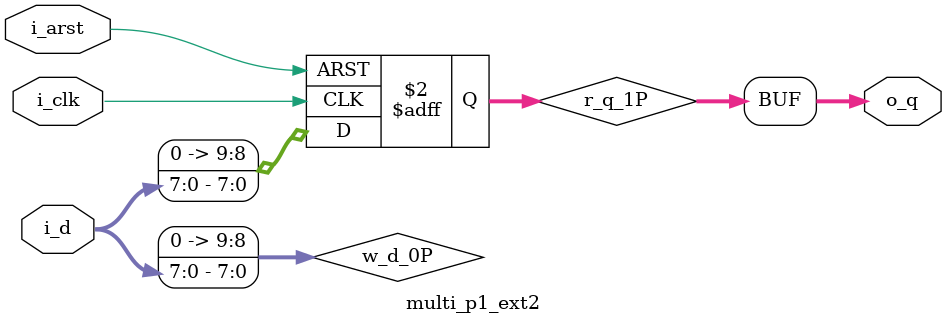
<source format=v>

module multi_p1_ext2
#(
	parameter	D_WIDTH	= 8
)
(
	input	i_arst,
	input	i_clk,
	
	input	[D_WIDTH-1:0]i_d,
	output	[D_WIDTH+2-1:0]o_q
);

reg		[D_WIDTH+2-1:0]r_q_1P;

wire	[D_WIDTH+2-1:0]w_d_0P;

assign	w_d_0P	= {2'b00, i_d};

always@(posedge i_arst or posedge i_clk)
begin
	if (i_arst)
		r_q_1P	<= {D_WIDTH+2{1'b0}};
	else
		r_q_1P	<= w_d_0P;
end

assign	o_q	= r_q_1P;

endmodule

</source>
